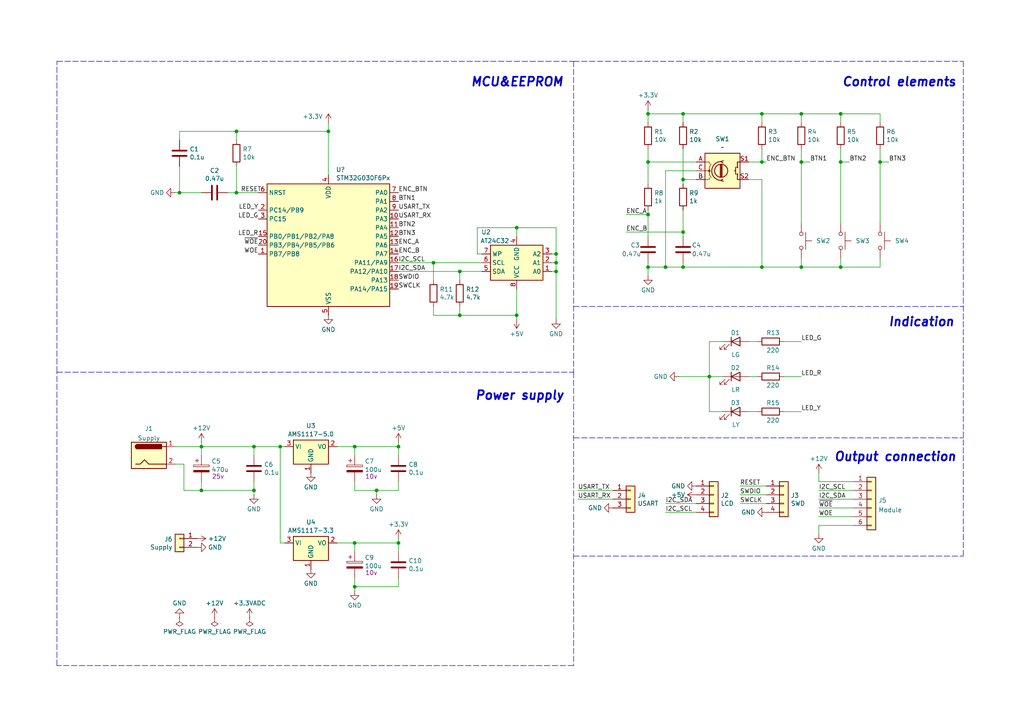
<source format=kicad_sch>
(kicad_sch (version 20231120) (generator "eeschema") (generator_version "8.0")
  (paper "A4")
  (title_block (title "Control module for active load") (date "2024-08-05") (comment 2 "Maxim UV"))
  (lib_symbols
    (symbol "+3.3V_1" (power) (pin_numbers hide) (pin_names (offset 0) hide)
      (property "Value" "+3.3V" (at 0 3.556 0))
      (symbol "+3.3V_1_0_1"
        (polyline (pts (xy -0.762 1.27) (xy 0 2.54)))
        (polyline (pts (xy 0 0) (xy 0 2.54)))
        (polyline (pts (xy 0 2.54) (xy 0.762 1.27)))
      )
      (symbol "+3.3V_1_1_1"
        (pin power_in line (at 0 0 90) (length 0) (name "~") (number "1"))
      )
    )
    (symbol "+5V_1" (power) (pin_numbers hide) (pin_names (offset 0) hide)
      (property "Value" "+5V" (at 0 3.556 0))
      (symbol "+5V_1_0_1"
        (polyline (pts (xy -0.762 1.27) (xy 0 2.54)))
        (polyline (pts (xy 0 0) (xy 0 2.54)))
        (polyline (pts (xy 0 2.54) (xy 0.762 1.27)))
      )
      (symbol "+5V_1_1_1"
        (pin power_in line (at 0 0 90) (length 0) (name "~") (number "1"))
      )
    )
    (symbol "Connector:Barrel_Jack" (pin_names (offset 1.016))
      (property "Reference" "J" (at 0 5.334 0))
      (property "Value" "Barrel_Jack" (at 0 -5.08 0))
      (symbol "Barrel_Jack_0_1"
        (rectangle (start -5.08 3.81) (end 5.08 -3.81) (stroke (width 0.254)) (fill (type background)))
        (arc (start -3.302 3.175) (mid -3.9343 2.54) (end -3.302 1.905) (stroke (width 0.254)))
        (arc (start -3.302 3.175) (mid -3.9343 2.54) (end -3.302 1.905) (stroke (width 0.254)) (fill (type outline)))
        (polyline (pts (xy 5.08 2.54) (xy 3.81 2.54)) (stroke (width 0.254)))
        (polyline (pts (xy -3.81 -2.54) (xy -2.54 -2.54) (xy -1.27 -1.27) (xy 0 -2.54) (xy 2.54 -2.54) (xy 5.08 -2.54)) (stroke (width 0.254)))
        (rectangle (start 3.683 3.175) (end -3.302 1.905) (stroke (width 0.254)) (fill (type outline)))
      )
      (symbol "Barrel_Jack_1_1"
        (pin passive line (at 7.62 2.54 180) (length 2.54) (name "~") (number "1"))
        (pin passive line (at 7.62 -2.54 180) (length 2.54) (name "~") (number "2"))
      )
    )
    (symbol "Connector_Generic:Conn_01x02" (pin_names (offset 1.016) hide)
      (property "Reference" "J" (at 0 2.54 0))
      (property "Value" "Conn_01x02" (at 0 -5.08 0))
      (symbol "Conn_01x02_1_1"
        (rectangle (start -1.27 -2.413) (end 0 -2.667) (stroke (width 0.1524)))
        (rectangle (start -1.27 0.127) (end 0 -0.127) (stroke (width 0.1524)))
        (rectangle (start -1.27 1.27) (end 1.27 -3.81) (stroke (width 0.254)) (fill (type background)))
        (pin passive line (at -5.08 0 0) (length 3.81) (name "Pin_1") (number "1"))
        (pin passive line (at -5.08 -2.54 0) (length 3.81) (name "Pin_2") (number "2"))
      )
    )
    (symbol "Connector_Generic:Conn_01x03" (pin_names (offset 1.016) hide)
      (property "Reference" "J" (at 0 5.08 0))
      (property "Value" "Conn_01x03" (at 0 -5.08 0))
      (symbol "Conn_01x03_1_1"
        (rectangle (start -1.27 -2.413) (end 0 -2.667) (stroke (width 0.1524)))
        (rectangle (start -1.27 0.127) (end 0 -0.127) (stroke (width 0.1524)))
        (rectangle (start -1.27 2.667) (end 0 2.413) (stroke (width 0.1524)))
        (rectangle (start -1.27 3.81) (end 1.27 -3.81) (stroke (width 0.254)) (fill (type background)))
        (pin passive line (at -5.08 2.54 0) (length 3.81) (name "Pin_1") (number "1"))
        (pin passive line (at -5.08 0 0) (length 3.81) (name "Pin_2") (number "2"))
        (pin passive line (at -5.08 -2.54 0) (length 3.81) (name "Pin_3") (number "3"))
      )
    )
    (symbol "Connector_Generic:Conn_01x04" (pin_names (offset 1.016) hide)
      (property "Reference" "J" (at 0 5.08 0))
      (property "Value" "Conn_01x04" (at 0 -7.62 0))
      (symbol "Conn_01x04_1_1"
        (rectangle (start -1.27 -4.953) (end 0 -5.207) (stroke (width 0.1524)))
        (rectangle (start -1.27 -2.413) (end 0 -2.667) (stroke (width 0.1524)))
        (rectangle (start -1.27 0.127) (end 0 -0.127) (stroke (width 0.1524)))
        (rectangle (start -1.27 2.667) (end 0 2.413) (stroke (width 0.1524)))
        (rectangle (start -1.27 3.81) (end 1.27 -6.35) (stroke (width 0.254)) (fill (type background)))
        (pin passive line (at -5.08 2.54 0) (length 3.81) (name "Pin_1") (number "1"))
        (pin passive line (at -5.08 0 0) (length 3.81) (name "Pin_2") (number "2"))
        (pin passive line (at -5.08 -2.54 0) (length 3.81) (name "Pin_3") (number "3"))
        (pin passive line (at -5.08 -5.08 0) (length 3.81) (name "Pin_4") (number "4"))
      )
    )
    (symbol "Connector_Generic:Conn_01x06" (pin_names (offset 1.016) hide)
      (property "Reference" "J" (at 0 7.62 0))
      (property "Value" "Conn_01x06" (at 0 -10.16 0))
      (symbol "Conn_01x06_1_1"
        (rectangle (start -1.27 -7.493) (end 0 -7.747) (stroke (width 0.1524)))
        (rectangle (start -1.27 -4.953) (end 0 -5.207) (stroke (width 0.1524)))
        (rectangle (start -1.27 -2.413) (end 0 -2.667) (stroke (width 0.1524)))
        (rectangle (start -1.27 0.127) (end 0 -0.127) (stroke (width 0.1524)))
        (rectangle (start -1.27 2.667) (end 0 2.413) (stroke (width 0.1524)))
        (rectangle (start -1.27 5.207) (end 0 4.953) (stroke (width 0.1524)))
        (rectangle (start -1.27 6.35) (end 1.27 -8.89) (stroke (width 0.254)) (fill (type background)))
        (pin passive line (at -5.08 5.08 0) (length 3.81) (name "Pin_1") (number "1"))
        (pin passive line (at -5.08 2.54 0) (length 3.81) (name "Pin_2") (number "2"))
        (pin passive line (at -5.08 0 0) (length 3.81) (name "Pin_3") (number "3"))
        (pin passive line (at -5.08 -2.54 0) (length 3.81) (name "Pin_4") (number "4"))
        (pin passive line (at -5.08 -5.08 0) (length 3.81) (name "Pin_5") (number "5"))
        (pin passive line (at -5.08 -7.62 0) (length 3.81) (name "Pin_6") (number "6"))
      )
    )
    (symbol "Device:C" (pin_numbers hide) (pin_names (offset 0.254))
      (property "Reference" "C" (at 0.635 2.54 0))
      (property "Value" "C" (at 0.635 -2.54 0))
      (symbol "C_0_1"
        (polyline (pts (xy -2.032 -0.762) (xy 2.032 -0.762)) (stroke (width 0.508)))
        (polyline (pts (xy -2.032 0.762) (xy 2.032 0.762)) (stroke (width 0.508)))
      )
      (symbol "C_1_1"
        (pin passive line (at 0 3.81 270) (length 2.794) (name "~") (number "1"))
        (pin passive line (at 0 -3.81 90) (length 2.794) (name "~") (number "2"))
      )
    )
    (symbol "Device:C_Polarized" (pin_numbers hide) (pin_names (offset 0.254))
      (property "Reference" "C" (at 0.635 2.54 0))
      (property "Value" "C_Polarized" (at 0.635 -2.54 0))
      (symbol "C_Polarized_0_1"
        (rectangle (start -2.286 0.508) (end 2.286 1.016))
        (polyline (pts (xy -1.778 2.286) (xy -0.762 2.286)))
        (polyline (pts (xy -1.27 2.794) (xy -1.27 1.778)))
        (rectangle (start 2.286 -0.508) (end -2.286 -1.016) (fill (type outline)))
      )
      (symbol "C_Polarized_1_1"
        (pin passive line (at 0 3.81 270) (length 2.794) (name "~") (number "1"))
        (pin passive line (at 0 -3.81 90) (length 2.794) (name "~") (number "2"))
      )
    )
    (symbol "Device:LED" (pin_numbers hide) (pin_names (offset 1.016) hide)
      (property "Reference" "D" (at 0 2.54 0))
      (property "Value" "LED" (at 0 -2.54 0))
      (symbol "LED_0_1"
        (polyline (pts (xy -1.27 -1.27) (xy -1.27 1.27)) (stroke (width 0.254)))
        (polyline (pts (xy -1.27 0) (xy 1.27 0)))
        (polyline (pts (xy 1.27 -1.27) (xy 1.27 1.27) (xy -1.27 0) (xy 1.27 -1.27)) (stroke (width 0.254)))
        (polyline (pts (xy -3.048 -0.762) (xy -4.572 -2.286) (xy -3.81 -2.286) (xy -4.572 -2.286) (xy -4.572 -1.524)))
        (polyline (pts (xy -1.778 -0.762) (xy -3.302 -2.286) (xy -2.54 -2.286) (xy -3.302 -2.286) (xy -3.302 -1.524)))
      )
      (symbol "LED_1_1"
        (pin passive line (at -3.81 0 0) (length 2.54) (name "K") (number "1"))
        (pin passive line (at 3.81 0 180) (length 2.54) (name "A") (number "2"))
      )
    )
    (symbol "Device:R" (pin_numbers hide) (pin_names (offset 0))
      (property "Reference" "R" (at 2.032 0 90))
      (property "Value" "R" (at 0 0 90))
      (symbol "R_0_1"
        (rectangle (start -1.016 -2.54) (end 1.016 2.54) (stroke (width 0.254)))
      )
      (symbol "R_1_1"
        (pin passive line (at 0 3.81 270) (length 1.27) (name "~") (number "1"))
        (pin passive line (at 0 -3.81 90) (length 1.27) (name "~") (number "2"))
      )
    )
    (symbol "Device:RotaryEncoder_Switch" (pin_names (offset 0.254) hide)
      (property "Reference" "SW" (at 0 6.604 0))
      (property "Value" "RotaryEncoder_Switch" (at 0 -6.604 0))
      (symbol "RotaryEncoder_Switch_0_1"
        (rectangle (start -5.08 5.08) (end 5.08 -5.08) (stroke (width 0.254)) (fill (type background)))
        (circle (center -3.81 0) (radius 0.254) (fill (type outline)))
        (circle (center -0.381 0) (radius 1.905) (stroke (width 0.254)))
        (arc (start -0.381 2.667) (mid -3.0988 -0.0635) (end -0.381 -2.794) (stroke (width 0.254)))
        (polyline (pts (xy -0.635 -1.778) (xy -0.635 1.778)) (stroke (width 0.254)))
        (polyline (pts (xy -0.381 -1.778) (xy -0.381 1.778)) (stroke (width 0.254)))
        (polyline (pts (xy -0.127 1.778) (xy -0.127 -1.778)) (stroke (width 0.254)))
        (polyline (pts (xy 3.81 0) (xy 3.429 0)) (stroke (width 0.254)))
        (polyline (pts (xy 3.81 1.016) (xy 3.81 -1.016)) (stroke (width 0.254)))
        (polyline (pts (xy -5.08 -2.54) (xy -3.81 -2.54) (xy -3.81 -2.032)))
        (polyline (pts (xy -5.08 2.54) (xy -3.81 2.54) (xy -3.81 2.032)))
        (polyline (pts (xy 0.254 -3.048) (xy -0.508 -2.794) (xy 0.127 -2.413)) (stroke (width 0.254)))
        (polyline (pts (xy 0.254 2.921) (xy -0.508 2.667) (xy 0.127 2.286)) (stroke (width 0.254)))
        (polyline (pts (xy 5.08 -2.54) (xy 4.318 -2.54) (xy 4.318 -1.016)) (stroke (width 0.254)))
        (polyline (pts (xy 5.08 2.54) (xy 4.318 2.54) (xy 4.318 1.016)) (stroke (width 0.254)))
        (polyline (pts (xy -5.08 0) (xy -3.81 0) (xy -3.81 -1.016) (xy -3.302 -2.032)))
        (polyline (pts (xy -4.318 0) (xy -3.81 0) (xy -3.81 1.016) (xy -3.302 2.032)))
        (circle (center 4.318 -1.016) (radius 0.127) (stroke (width 0.254)))
        (circle (center 4.318 1.016) (radius 0.127) (stroke (width 0.254)))
      )
      (symbol "RotaryEncoder_Switch_1_1"
        (pin passive line (at -7.62 2.54 0) (length 2.54) (name "A") (number "A"))
        (pin passive line (at -7.62 -2.54 0) (length 2.54) (name "B") (number "B"))
        (pin passive line (at -7.62 0 0) (length 2.54) (name "C") (number "C"))
        (pin passive line (at 7.62 2.54 180) (length 2.54) (name "S1") (number "S1"))
        (pin passive line (at 7.62 -2.54 180) (length 2.54) (name "S2") (number "S2"))
      )
    )
    (symbol "GND_1" (power) (pin_numbers hide) (pin_names (offset 0) hide)
      (property "Value" "GND" (at 0 -3.81 0))
      (symbol "GND_1_0_1"
        (polyline (pts (xy 0 0) (xy 0 -1.27) (xy 1.27 -1.27) (xy 0 -2.54) (xy -1.27 -1.27) (xy 0 -1.27)))
      )
      (symbol "GND_1_1_1"
        (pin power_in line (at 0 0 270) (length 0) (name "~") (number "1"))
      )
    )
    (symbol "MCU_ST_STM32G0:STM32G030F6Px"
      (property "Reference" "U" (at -17.78 19.05 0))
      (property "Value" "STM32G030F6Px" (at 2.54 19.05 0))
      (symbol "STM32G030F6Px_0_1"
        (rectangle (start -17.78 -17.78) (end 17.78 17.78) (stroke (width 0.254)) (fill (type background)))
      )
      (symbol "STM32G030F6Px_1_1"
        (pin bidirectional line (at -20.32 -2.54 0) (length 2.54) (name "PB7/PB8") (number "1"))
        (pin bidirectional line (at 20.32 7.62 180) (length 2.54) (name "PA3") (number "10"))
        (pin bidirectional line (at 20.32 5.08 180) (length 2.54) (name "PA4") (number "11"))
        (pin bidirectional line (at 20.32 2.54 180) (length 2.54) (name "PA5") (number "12"))
        (pin bidirectional line (at 20.32 0 180) (length 2.54) (name "PA6") (number "13"))
        (pin bidirectional line (at 20.32 -2.54 180) (length 2.54) (name "PA7") (number "14"))
        (pin bidirectional line (at -20.32 2.54 0) (length 2.54) (name "PB0/PB1/PB2/PA8") (number "15"))
        (pin bidirectional line (at 20.32 -5.08 180) (length 2.54) (name "PA11/PA9") (number "16"))
        (pin bidirectional line (at 20.32 -7.62 180) (length 2.54) (name "PA12/PA10") (number "17"))
        (pin bidirectional line (at 20.32 -10.16 180) (length 2.54) (name "PA13") (number "18"))
        (pin bidirectional line (at 20.32 -12.7 180) (length 2.54) (name "PA14/PA15") (number "19"))
        (pin bidirectional line (at -20.32 10.16 0) (length 2.54) (name "PC14/PB9") (number "2"))
        (pin bidirectional line (at -20.32 0 0) (length 2.54) (name "PB3/PB4/PB5/PB6") (number "20"))
        (pin bidirectional line (at -20.32 7.62 0) (length 2.54) (name "PC15") (number "3"))
        (pin power_in line (at 0 20.32 270) (length 2.54) (name "VDD") (number "4"))
        (pin power_in line (at 0 -20.32 90) (length 2.54) (name "VSS") (number "5"))
        (pin input line (at -20.32 15.24 0) (length 2.54) (name "NRST") (number "6"))
        (pin bidirectional line (at 20.32 15.24 180) (length 2.54) (name "PA0") (number "7"))
        (pin bidirectional line (at 20.32 12.7 180) (length 2.54) (name "PA1") (number "8"))
        (pin bidirectional line (at 20.32 10.16 180) (length 2.54) (name "PA2") (number "9"))
      )
    )
    (symbol "Memory_EEPROM:AT24CS32-SSHM"
      (property "Reference" "U" (at -7.62 6.35 0))
      (property "Value" "AT24CS32-SSHM" (at 2.54 -6.35 0))
      (symbol "AT24CS32-SSHM_1_1"
        (rectangle (start -7.62 5.08) (end 7.62 -5.08) (stroke (width 0.254)) (fill (type background)))
        (pin input line (at -10.16 2.54 0) (length 2.54) (name "A0") (number "1"))
        (pin input line (at -10.16 0 0) (length 2.54) (name "A1") (number "2"))
        (pin input line (at -10.16 -2.54 0) (length 2.54) (name "A2") (number "3"))
        (pin power_in line (at 0 -7.62 90) (length 2.54) (name "GND") (number "4"))
        (pin bidirectional line (at 10.16 2.54 180) (length 2.54) (name "SDA") (number "5"))
        (pin input line (at 10.16 0 180) (length 2.54) (name "SCL") (number "6"))
        (pin input line (at 10.16 -2.54 180) (length 2.54) (name "WP") (number "7"))
        (pin power_in line (at 0 7.62 270) (length 2.54) (name "VCC") (number "8"))
      )
    )
    (symbol "Regulator_Linear:AMS1117-3.3"
      (property "Reference" "U" (at -3.81 3.175 0))
      (property "Value" "AMS1117-3.3" (at 0 3.175 0))
      (symbol "AMS1117-3.3_0_1"
        (rectangle (start -5.08 -5.08) (end 5.08 1.905) (stroke (width 0.254)) (fill (type background)))
      )
      (symbol "AMS1117-3.3_1_1"
        (pin power_in line (at 0 -7.62 90) (length 2.54) (name "GND") (number "1"))
        (pin power_out line (at 7.62 0 180) (length 2.54) (name "VO") (number "2"))
        (pin power_in line (at -7.62 0 0) (length 2.54) (name "VI") (number "3"))
      )
    )
    (symbol "Regulator_Linear:AMS1117-5.0"
      (property "Reference" "U" (at -3.81 3.175 0))
      (property "Value" "AMS1117-5.0" (at 0 3.175 0))
      (symbol "AMS1117-5.0_0_1"
        (rectangle (start -5.08 -5.08) (end 5.08 1.905) (stroke (width 0.254)) (fill (type background)))
      )
      (symbol "AMS1117-5.0_1_1"
        (pin power_in line (at 0 -7.62 90) (length 2.54) (name "GND") (number "1"))
        (pin power_out line (at 7.62 0 180) (length 2.54) (name "VO") (number "2"))
        (pin power_in line (at -7.62 0 0) (length 2.54) (name "VI") (number "3"))
      )
    )
    (symbol "Switch:SW_Push" (pin_numbers hide) (pin_names (offset 1.016) hide)
      (property "Reference" "SW" (at 1.27 2.54 0))
      (property "Value" "SW_Push" (at 0 -1.524 0))
      (symbol "SW_Push_0_1"
        (circle (center -2.032 0) (radius 0.508))
        (polyline (pts (xy 0 1.27) (xy 0 3.048)))
        (polyline (pts (xy 2.54 1.27) (xy -2.54 1.27)))
        (circle (center 2.032 0) (radius 0.508))
        (pin passive line (at -5.08 0 0) (length 2.54) (name "1") (number "1"))
        (pin passive line (at 5.08 0 180) (length 2.54) (name "2") (number "2"))
      )
    )
    (symbol "power:+12V" (power) (pin_numbers hide) (pin_names (offset 0) hide)
      (property "Value" "+12V" (at 0 3.556 0))
      (symbol "+12V_0_1"
        (polyline (pts (xy -0.762 1.27) (xy 0 2.54)))
        (polyline (pts (xy 0 0) (xy 0 2.54)))
        (polyline (pts (xy 0 2.54) (xy 0.762 1.27)))
      )
      (symbol "+12V_1_1"
        (pin power_in line (at 0 0 90) (length 0) (name "~") (number "1"))
      )
    )
    (symbol "power:+3.3VADC" (power) (pin_numbers hide) (pin_names (offset 0) hide)
      (property "Value" "+3.3VADC" (at 0 3.556 0))
      (symbol "+3.3VADC_0_0"
        (pin power_in line (at 0 0 90) (length 0) (name "~") (number "1"))
      )
      (symbol "+3.3VADC_0_1"
        (polyline (pts (xy -0.762 1.27) (xy 0 2.54)))
        (polyline (pts (xy 0 0) (xy 0 2.54)))
        (polyline (pts (xy 0 2.54) (xy 0.762 1.27)))
      )
    )
    (symbol "power:PWR_FLAG" (power) (pin_numbers hide) (pin_names (offset 0) hide)
      (property "Value" "PWR_FLAG" (at 0 3.81 0))
      (symbol "PWR_FLAG_0_0"
        (pin power_out line (at 0 0 90) (length 0) (name "~") (number "1"))
      )
      (symbol "PWR_FLAG_0_1"
        (polyline (pts (xy 0 0) (xy 0 1.27) (xy -1.016 1.905) (xy 0 2.54) (xy 1.016 1.905) (xy 0 1.27)))
      )
    )
  )
  (junction (at 133.35 78.74))
  (junction (at 187.96 46.99))
  (junction (at 161.29 73.66))
  (junction (at 198.12 77.47))
  (junction (at 161.29 78.74))
  (junction (at 187.96 77.47))
  (junction (at 187.96 33.02))
  (junction (at 102.87 129.54))
  (junction (at 68.58 55.88))
  (junction (at 58.42 142.24))
  (junction (at 68.58 38.1))
  (junction (at 115.57 129.54))
  (junction (at 220.98 33.02))
  (junction (at 232.41 46.99))
  (junction (at 52.07 55.88))
  (junction (at 232.41 33.02))
  (junction (at 109.22 142.24))
  (junction (at 255.27 46.99))
  (junction (at 220.98 77.47))
  (junction (at 149.86 91.44))
  (junction (at 243.84 46.99))
  (junction (at 198.12 52.07))
  (junction (at 125.73 76.2))
  (junction (at 115.57 157.48))
  (junction (at 133.35 91.44))
  (junction (at 149.86 66.04))
  (junction (at 81.28 129.54))
  (junction (at 161.29 76.2))
  (junction (at 205.74 109.22))
  (junction (at 232.41 77.47))
  (junction (at 73.66 142.24))
  (junction (at 102.87 170.18))
  (junction (at 198.12 33.02))
  (junction (at 243.84 33.02))
  (junction (at 95.25 38.1))
  (junction (at 58.42 129.54))
  (junction (at 243.84 77.47))
  (junction (at 187.96 62.23))
  (junction (at 73.66 129.54))
  (junction (at 193.04 77.47))
  (junction (at 198.12 67.31))
  (junction (at 220.98 46.99))
  (junction (at 102.87 157.48))
  (wire (pts (xy 193.04 77.47) (xy 198.12 77.47)))
  (wire (pts (xy 243.84 35.56) (xy 243.84 33.02)))
  (polyline (pts (xy 166.37 161.29) (xy 279.4 161.29)) (stroke (width 0) (type dash)))
  (wire (pts (xy 50.8 129.54) (xy 58.42 129.54)))
  (wire (pts (xy 102.87 160.02) (xy 102.87 157.48)))
  (wire (pts (xy 220.98 52.07) (xy 220.98 77.47)))
  (wire (pts (xy 237.49 154.94) (xy 237.49 152.4)))
  (wire (pts (xy 139.7 78.74) (xy 133.35 78.74)))
  (wire (pts (xy 198.12 76.2) (xy 198.12 77.47)))
  (wire (pts (xy 217.17 52.07) (xy 220.98 52.07)))
  (wire (pts (xy 115.57 128.27) (xy 115.57 129.54)))
  (wire (pts (xy 198.12 60.96) (xy 198.12 67.31)))
  (wire (pts (xy 220.98 33.02) (xy 232.41 33.02)))
  (wire (pts (xy 115.57 156.21) (xy 115.57 157.48)))
  (wire (pts (xy 187.96 62.23) (xy 187.96 68.58)))
  (wire (pts (xy 220.98 46.99) (xy 217.17 46.99)))
  (wire (pts (xy 201.93 49.53) (xy 193.04 49.53)))
  (wire (pts (xy 81.28 129.54) (xy 81.28 157.48)))
  (wire (pts (xy 227.33 119.38) (xy 232.41 119.38)))
  (wire (pts (xy 187.96 77.47) (xy 193.04 77.47)))
  (polyline (pts (xy 166.37 107.95) (xy 166.37 193.04)) (stroke (width 0) (type dash)))
  (wire (pts (xy 217.17 109.22) (xy 219.71 109.22)))
  (wire (pts (xy 220.98 35.56) (xy 220.98 33.02)))
  (wire (pts (xy 209.55 99.06) (xy 205.74 99.06)))
  (wire (pts (xy 187.96 33.02) (xy 198.12 33.02)))
  (wire (pts (xy 243.84 74.93) (xy 243.84 77.47)))
  (wire (pts (xy 161.29 76.2) (xy 161.29 78.74)))
  (polyline (pts (xy 166.37 17.78) (xy 166.37 107.95)) (stroke (width 0) (type dash)))
  (wire (pts (xy 73.66 139.7) (xy 73.66 142.24)))
  (wire (pts (xy 52.07 55.88) (xy 58.42 55.88)))
  (wire (pts (xy 68.58 48.26) (xy 68.58 55.88)))
  (wire (pts (xy 73.66 142.24) (xy 58.42 142.24)))
  (wire (pts (xy 198.12 33.02) (xy 220.98 33.02)))
  (wire (pts (xy 237.49 147.32) (xy 247.65 147.32)))
  (wire (pts (xy 187.96 31.75) (xy 187.96 33.02)))
  (wire (pts (xy 115.57 167.64) (xy 115.57 170.18)))
  (wire (pts (xy 198.12 77.47) (xy 220.98 77.47)))
  (wire (pts (xy 102.87 132.08) (xy 102.87 129.54)))
  (wire (pts (xy 227.33 99.06) (xy 232.41 99.06)))
  (wire (pts (xy 97.79 157.48) (xy 102.87 157.48)))
  (wire (pts (xy 198.12 52.07) (xy 201.93 52.07)))
  (wire (pts (xy 95.25 35.56) (xy 95.25 38.1)))
  (polyline (pts (xy 166.37 193.04) (xy 16.51 193.04)) (stroke (width 0) (type dash)))
  (wire (pts (xy 161.29 78.74) (xy 160.02 78.74)))
  (wire (pts (xy 81.28 129.54) (xy 82.55 129.54)))
  (wire (pts (xy 217.17 119.38) (xy 219.71 119.38)))
  (wire (pts (xy 193.04 49.53) (xy 193.04 77.47)))
  (wire (pts (xy 187.96 77.47) (xy 187.96 80.01)))
  (wire (pts (xy 161.29 66.04) (xy 149.86 66.04)))
  (wire (pts (xy 196.85 109.22) (xy 205.74 109.22)))
  (wire (pts (xy 237.49 152.4) (xy 247.65 152.4)))
  (wire (pts (xy 198.12 52.07) (xy 198.12 53.34)))
  (wire (pts (xy 232.41 77.47) (xy 232.41 74.93)))
  (wire (pts (xy 53.34 142.24) (xy 58.42 142.24)))
  (wire (pts (xy 232.41 64.77) (xy 232.41 46.99)))
  (wire (pts (xy 95.25 38.1) (xy 95.25 50.8)))
  (wire (pts (xy 125.73 91.44) (xy 133.35 91.44)))
  (wire (pts (xy 139.7 76.2) (xy 125.73 76.2)))
  (wire (pts (xy 255.27 74.93) (xy 255.27 77.47)))
  (wire (pts (xy 149.86 91.44) (xy 149.86 92.71)))
  (wire (pts (xy 187.96 46.99) (xy 187.96 53.34)))
  (wire (pts (xy 133.35 81.28) (xy 133.35 78.74)))
  (wire (pts (xy 133.35 91.44) (xy 149.86 91.44)))
  (wire (pts (xy 149.86 68.58) (xy 149.86 66.04)))
  (polyline (pts (xy 16.51 107.95) (xy 166.37 107.95)) (stroke (width 0) (type dash)))
  (wire (pts (xy 68.58 38.1) (xy 95.25 38.1)))
  (wire (pts (xy 187.96 46.99) (xy 201.93 46.99)))
  (wire (pts (xy 50.8 134.62) (xy 53.34 134.62)))
  (wire (pts (xy 234.95 46.99) (xy 232.41 46.99)))
  (wire (pts (xy 102.87 171.45) (xy 102.87 170.18)))
  (wire (pts (xy 109.22 142.24) (xy 115.57 142.24)))
  (wire (pts (xy 198.12 33.02) (xy 198.12 35.56)))
  (wire (pts (xy 198.12 67.31) (xy 198.12 68.58)))
  (wire (pts (xy 205.74 119.38) (xy 209.55 119.38)))
  (wire (pts (xy 193.04 148.59) (xy 201.93 148.59)))
  (wire (pts (xy 187.96 76.2) (xy 187.96 77.47)))
  (wire (pts (xy 243.84 46.99) (xy 243.84 64.77)))
  (wire (pts (xy 102.87 170.18) (xy 115.57 170.18)))
  (wire (pts (xy 198.12 43.18) (xy 198.12 52.07)))
  (wire (pts (xy 138.43 66.04) (xy 138.43 73.66)))
  (wire (pts (xy 149.86 83.82) (xy 149.86 91.44)))
  (wire (pts (xy 58.42 129.54) (xy 58.42 132.08)))
  (polyline (pts (xy 16.51 107.95) (xy 16.51 17.78)) (stroke (width 0) (type dash)))
  (wire (pts (xy 58.42 139.7) (xy 58.42 142.24)))
  (wire (pts (xy 237.49 144.78) (xy 247.65 144.78)))
  (wire (pts (xy 68.58 55.88) (xy 74.93 55.88)))
  (wire (pts (xy 102.87 157.48) (xy 115.57 157.48)))
  (polyline (pts (xy 166.37 88.9) (xy 279.4 88.9)) (stroke (width 0) (type dash)))
  (wire (pts (xy 255.27 77.47) (xy 243.84 77.47)))
  (wire (pts (xy 243.84 43.18) (xy 243.84 46.99)))
  (wire (pts (xy 237.49 142.24) (xy 247.65 142.24)))
  (wire (pts (xy 58.42 129.54) (xy 73.66 129.54)))
  (wire (pts (xy 102.87 167.64) (xy 102.87 170.18)))
  (wire (pts (xy 181.61 62.23) (xy 187.96 62.23)))
  (wire (pts (xy 52.07 48.26) (xy 52.07 55.88)))
  (wire (pts (xy 167.64 144.78) (xy 177.8 144.78)))
  (wire (pts (xy 58.42 128.27) (xy 58.42 129.54)))
  (wire (pts (xy 187.96 35.56) (xy 187.96 33.02)))
  (polyline (pts (xy 166.37 127) (xy 279.4 127)) (stroke (width 0) (type dash)))
  (polyline (pts (xy 279.4 17.78) (xy 279.4 161.29)) (stroke (width 0) (type dash)))
  (wire (pts (xy 193.04 146.05) (xy 201.93 146.05)))
  (wire (pts (xy 161.29 73.66) (xy 161.29 76.2)))
  (wire (pts (xy 160.02 73.66) (xy 161.29 73.66)))
  (wire (pts (xy 222.25 46.99) (xy 220.98 46.99)))
  (wire (pts (xy 255.27 46.99) (xy 255.27 64.77)))
  (wire (pts (xy 115.57 76.2) (xy 125.73 76.2)))
  (wire (pts (xy 138.43 73.66) (xy 139.7 73.66)))
  (wire (pts (xy 214.63 140.97) (xy 222.25 140.97)))
  (wire (pts (xy 227.33 109.22) (xy 232.41 109.22)))
  (wire (pts (xy 255.27 46.99) (xy 257.81 46.99)))
  (polyline (pts (xy 16.51 193.04) (xy 16.51 107.95)) (stroke (width 0) (type dash)))
  (wire (pts (xy 133.35 88.9) (xy 133.35 91.44)))
  (wire (pts (xy 237.49 139.7) (xy 247.65 139.7)))
  (wire (pts (xy 125.73 81.28) (xy 125.73 76.2)))
  (wire (pts (xy 161.29 66.04) (xy 161.29 73.66)))
  (wire (pts (xy 115.57 78.74) (xy 133.35 78.74)))
  (wire (pts (xy 217.17 99.06) (xy 219.71 99.06)))
  (wire (pts (xy 255.27 35.56) (xy 255.27 33.02)))
  (wire (pts (xy 97.79 129.54) (xy 102.87 129.54)))
  (wire (pts (xy 73.66 129.54) (xy 81.28 129.54)))
  (wire (pts (xy 161.29 92.71) (xy 161.29 78.74)))
  (wire (pts (xy 214.63 146.05) (xy 222.25 146.05)))
  (wire (pts (xy 205.74 109.22) (xy 209.55 109.22)))
  (wire (pts (xy 149.86 66.04) (xy 138.43 66.04)))
  (wire (pts (xy 214.63 143.51) (xy 222.25 143.51)))
  (wire (pts (xy 102.87 139.7) (xy 102.87 142.24)))
  (wire (pts (xy 243.84 33.02) (xy 232.41 33.02)))
  (wire (pts (xy 255.27 33.02) (xy 243.84 33.02)))
  (wire (pts (xy 109.22 143.51) (xy 109.22 142.24)))
  (wire (pts (xy 187.96 60.96) (xy 187.96 62.23)))
  (wire (pts (xy 115.57 142.24) (xy 115.57 139.7)))
  (wire (pts (xy 52.07 40.64) (xy 52.07 38.1)))
  (wire (pts (xy 115.57 129.54) (xy 115.57 132.08)))
  (wire (pts (xy 66.04 55.88) (xy 68.58 55.88)))
  (wire (pts (xy 160.02 76.2) (xy 161.29 76.2)))
  (wire (pts (xy 255.27 43.18) (xy 255.27 46.99)))
  (wire (pts (xy 52.07 38.1) (xy 68.58 38.1)))
  (wire (pts (xy 102.87 142.24) (xy 109.22 142.24)))
  (wire (pts (xy 220.98 43.18) (xy 220.98 46.99)))
  (wire (pts (xy 50.8 55.88) (xy 52.07 55.88)))
  (polyline (pts (xy 166.37 17.78) (xy 279.4 17.78)) (stroke (width 0) (type dash)))
  (wire (pts (xy 232.41 33.02) (xy 232.41 35.56)))
  (wire (pts (xy 53.34 134.62) (xy 53.34 142.24)))
  (wire (pts (xy 167.64 142.24) (xy 177.8 142.24)))
  (wire (pts (xy 243.84 46.99) (xy 246.38 46.99)))
  (wire (pts (xy 187.96 43.18) (xy 187.96 46.99)))
  (wire (pts (xy 232.41 46.99) (xy 232.41 43.18)))
  (wire (pts (xy 125.73 88.9) (xy 125.73 91.44)))
  (wire (pts (xy 115.57 157.48) (xy 115.57 160.02)))
  (wire (pts (xy 237.49 149.86) (xy 247.65 149.86)))
  (wire (pts (xy 181.61 67.31) (xy 198.12 67.31)))
  (polyline (pts (xy 16.51 17.78) (xy 166.37 17.78)) (stroke (width 0) (type dash)))
  (wire (pts (xy 82.55 157.48) (xy 81.28 157.48)))
  (wire (pts (xy 237.49 137.16) (xy 237.49 139.7)))
  (wire (pts (xy 205.74 99.06) (xy 205.74 109.22)))
  (wire (pts (xy 205.74 109.22) (xy 205.74 119.38)))
  (wire (pts (xy 68.58 40.64) (xy 68.58 38.1)))
  (wire (pts (xy 73.66 142.24) (xy 73.66 143.51)))
  (wire (pts (xy 220.98 77.47) (xy 232.41 77.47)))
  (wire (pts (xy 102.87 129.54) (xy 115.57 129.54)))
  (wire (pts (xy 243.84 77.47) (xy 232.41 77.47)))
  (wire (pts (xy 73.66 132.08) (xy 73.66 129.54)))
  (text "Control elements" (at 244.094 25.4 0) (effects (font (size 2.54 2.54) (thickness 0.508) (bold yes) (italic yes)) (justify left bottom)))
  (text "Output connection" (at 241.808 134.112 0) (effects (font (size 2.54 2.54) (thickness 0.508) (bold yes) (italic yes)) (justify left bottom)))
  (text "MCU&EEPROM\n" (at 136.398 25.4 0) (effects (font (size 2.54 2.54) (thickness 0.508) (bold yes) (italic yes)) (justify left bottom)))
  (text "Indication" (at 257.556 94.996 0) (effects (font (size 2.54 2.54) (thickness 0.508) (bold yes) (italic yes)) (justify left bottom)))
  (text "Power supply\n" (at 137.668 116.332 0) (effects (font (size 2.54 2.54) (thickness 0.508) (bold yes) (italic yes)) (justify left bottom)))
  (label "~{WOE}" (at 74.93 71.12 180))
  (label "USART_TX" (at 167.64 142.24 0))
  (label "BTN2" (at 246.38 46.99 0))
  (label "RESET" (at 69.85 55.88 0))
  (label "ENC_A" (at 115.57 71.12 0))
  (label "LED_Y" (at 74.93 60.96 180))
  (label "BTN1" (at 115.57 58.42 0))
  (label "LED_G" (at 232.41 99.06 0))
  (label "RESET" (at 214.63 140.97 0))
  (label "I2C_SCL" (at 193.04 148.59 0))
  (label "ENC_B" (at 181.61 67.31 0))
  (label "LED_R" (at 74.93 68.58 180))
  (label "WOE" (at 74.93 73.66 180))
  (label "SWCLK" (at 214.63 146.05 0))
  (label "LED_G" (at 74.93 63.5 180))
  (label "~{WOE}" (at 237.49 147.32 0))
  (label "BTN2" (at 115.57 66.04 0))
  (label "I2C_SDA" (at 115.57 78.74 0))
  (label "USART_RX" (at 167.64 144.78 0))
  (label "USART_TX" (at 115.57 60.96 0))
  (label "ENC_B" (at 115.57 73.66 0))
  (label "BTN1" (at 234.95 46.99 0))
  (label "BTN3" (at 257.81 46.99 0))
  (label "WOE" (at 237.49 149.86 0))
  (label "ENC_BTN" (at 222.25 46.99 0))
  (label "BTN3" (at 115.57 68.58 0))
  (label "I2C_SCL" (at 237.49 142.24 0))
  (label "LED_Y" (at 232.41 119.38 0))
  (label "ENC_A" (at 181.61 62.23 0))
  (label "I2C_SCL" (at 115.57 76.2 0))
  (label "SWDIO" (at 115.57 81.28 0))
  (label "SWDIO" (at 214.63 143.51 0))
  (label "USART_RX" (at 115.57 63.5 0))
  (label "I2C_SDA" (at 193.04 146.05 0))
  (label "SWCLK" (at 115.57 83.82 0))
  (label "ENC_BTN" (at 115.57 55.88 0))
  (label "LED_R" (at 232.41 109.22 0))
  (label "I2C_SDA" (at 237.49 144.78 0))
  (symbol (lib_name "+5V_1") (lib_id "power:+5V") (at 115.57 128.27 0) (unit 1)
    (property "Reference" "#PWR011" (effects (hide yes)))
    (property "Value" "+5V" (at 115.57 124.1369 0))
    (property "Description" "Power symbol creates a global label with name \"+5V\"" (effects (hide yes)))
  )
  (symbol (lib_name "GND_1") (lib_id "power:GND") (at 50.8 55.88 270) (unit 1)
    (property "Reference" "#PWR04" (effects (hide yes)))
    (property "Value" "GND" (at 47.6251 55.88 90) (effects (justify right)))
    (property "Description" "Power symbol creates a global label with name \"GND\" , ground" (effects (hide yes)))
  )
  (symbol (lib_name "GND_1") (lib_id "power:GND") (at 109.22 143.51 0) (unit 1)
    (property "Reference" "#PWR016" (effects (hide yes)))
    (property "Value" "GND" (at 109.22 147.6431 0))
    (property "Description" "Power symbol creates a global label with name \"GND\" , ground" (effects (hide yes)))
  )
  (symbol (lib_name "GND_1") (lib_id "power:GND") (at 52.07 179.07 180) (unit 1)
    (property "Reference" "#PWR027" (effects (hide yes)))
    (property "Value" "GND" (at 52.07 174.9369 0))
    (property "Description" "Power symbol creates a global label with name \"GND\" , ground" (effects (hide yes)))
  )
  (symbol (lib_id "power:PWR_FLAG") (at 62.23 179.07 180) (unit 1)
    (property "Reference" "#FLG02" (effects (hide yes)))
    (property "Value" "PWR_FLAG" (at 62.23 183.2031 0))
    (property "Description" "Special symbol for telling ERC where power comes from" (effects (hide yes)))
  )
  (symbol (lib_id "Device:R") (at 232.41 39.37 0) (unit 1)
    (property "Reference" "R4" (at 234.188 38.2016 0) (effects (justify left)))
    (property "Value" "10k" (at 234.188 40.513 0) (effects (justify left)))
    (property "Footprint" "Resistor_SMD:R_1206_3216Metric_Pad1.30x1.75mm_HandSolder" (effects (hide yes)))
  )
  (symbol (lib_id "Device:R") (at 187.96 57.15 0) (unit 1)
    (property "Reference" "R8" (at 189.738 55.9816 0) (effects (justify left)))
    (property "Value" "1k" (at 189.738 58.293 0) (effects (justify left)))
    (property "Footprint" "Resistor_SMD:R_1206_3216Metric_Pad1.30x1.75mm_HandSolder" (effects (hide yes)))
  )
  (symbol (lib_name "+3.3V_1") (lib_id "power:+3.3V") (at 115.57 156.21 0) (unit 1)
    (property "Reference" "#PWR022" (effects (hide yes)))
    (property "Value" "+3.3V" (at 115.57 152.0769 0))
    (property "Description" "Power symbol creates a global label with name \"+3.3V\"" (effects (hide yes)))
  )
  (symbol (lib_name "GND_1") (lib_id "power:GND") (at 90.17 137.16 0) (unit 1)
    (property "Reference" "#PWR012" (effects (hide yes)))
    (property "Value" "GND" (at 90.17 141.2931 0))
    (property "Description" "Power symbol creates a global label with name \"GND\" , ground" (effects (hide yes)))
  )
  (symbol (lib_id "Device:R") (at 243.84 39.37 0) (unit 1)
    (property "Reference" "R5" (at 245.618 38.2016 0) (effects (justify left)))
    (property "Value" "10k" (at 245.618 40.513 0) (effects (justify left)))
    (property "Footprint" "Resistor_SMD:R_1206_3216Metric_Pad1.30x1.75mm_HandSolder" (effects (hide yes)))
  )
  (symbol (lib_id "Device:R") (at 223.52 119.38 270) (unit 1)
    (property "Reference" "R15" (at 222.25 116.84 90) (effects (justify left)))
    (property "Value" "220" (at 222.25 121.92 90) (effects (justify left)))
    (property "Footprint" "Resistor_SMD:R_1206_3216Metric_Pad1.30x1.75mm_HandSolder" (effects (hide yes)))
  )
  (symbol (lib_name "GND_1") (lib_id "power:GND") (at 201.93 140.97 270) (unit 1)
    (property "Reference" "#PWR014" (effects (hide yes)))
    (property "Value" "GND" (at 198.7551 140.97 90) (effects (justify right)))
    (property "Description" "Power symbol creates a global label with name \"GND\" , ground" (effects (hide yes)))
  )
  (symbol (lib_name "GND_1") (lib_id "power:GND") (at 161.29 92.71 0) (unit 1)
    (property "Reference" "#PWR08" (effects (hide yes)))
    (property "Value" "GND" (at 161.29 96.8431 0))
    (property "Description" "Power symbol creates a global label with name \"GND\" , ground" (effects (hide yes)))
  )
  (symbol (lib_id "Device:LED") (at 213.36 109.22 0) (unit 1)
    (property "Reference" "D2" (at 214.63 106.68 0) (effects (justify right)))
    (property "Value" "LR" (at 214.63 113.03 0) (effects (justify right)))
    (property "Footprint" "LED_SMD:LED_1206_3216Metric_Pad1.42x1.75mm_HandSolder" (effects (hide yes)))
  )
  (symbol (lib_id "Device:RotaryEncoder_Switch") (at 209.55 49.53 0) (unit 1)
    (property "Reference" "SW1" (at 209.55 40.3055 0))
    (property "Value" "~" (at 209.55 42.7298 0))
    (property "Footprint" "Rotary_Encoder:RotaryEncoder_Alps_EC12E-Switch_Vertical_H20mm" (effects (hide yes)))
    (property "Description" "Rotary encoder, dual channel, incremental quadrate outputs, with switch" (effects (hide yes)))
  )
  (symbol (lib_id "Device:C") (at 198.12 72.39 0) (unit 1)
    (property "Reference" "C4" (at 200.66 71.12 0) (effects (justify left)))
    (property "Value" "0.47u" (at 200.66 73.66 0) (effects (justify left)))
    (property "Footprint" "Capacitor_SMD:C_0805_2012Metric_Pad1.18x1.45mm_HandSolder" (effects (hide yes)))
  )
  (symbol (lib_id "power:+12V") (at 58.42 128.27 0) (unit 1)
    (property "Reference" "#PWR010" (effects (hide yes)))
    (property "Value" "+12V" (at 58.42 124.1369 0))
    (property "Description" "Power symbol creates a global label with name \"+12V\"" (effects (hide yes)))
  )
  (symbol (lib_id "MCU_ST_STM32G0:STM32G030F6Px") (at 95.25 71.12 0) (unit 1)
    (property "Reference" "U?" (at 97.4441 49.1955 0) (effects (justify left)))
    (property "Value" "STM32G030F6Px" (at 97.4441 51.6198 0) (effects (justify left)))
    (property "Footprint" "Package_SO:TSSOP-20_4.4x6.5mm_P0.65mm" (effects (hide yes)))
    (property "Datasheet" "https://www.st.com/resource/en/datasheet/stm32g030f6.pdf" (effects (hide yes)))
    (property "Description" "STMicroelectronics Arm Cortex-M0+ MCU, 32KB flash, 8KB RAM, 64 MHz, 2.0-3.6V, 17 GPIO, TSSOP20" (effects (hide yes)))
  )
  (symbol (lib_id "Device:R") (at 187.96 39.37 0) (unit 1)
    (property "Reference" "R1" (at 189.738 38.2016 0) (effects (justify left)))
    (property "Value" "10k" (at 189.738 40.513 0) (effects (justify left)))
    (property "Footprint" "Resistor_SMD:R_1206_3216Metric_Pad1.30x1.75mm_HandSolder" (effects (hide yes)))
  )
  (symbol (lib_id "Switch:SW_Push") (at 232.41 69.85 270) (unit 1)
    (property "Reference" "SW2" (at 238.76 69.85 90))
    (property "Value" "SW_Push" (effects (hide yes)))
    (property "Footprint" "Button_Switch_THT:SW_PUSH-12mm" (effects (hide yes)))
  )
  (symbol (lib_id "Regulator_Linear:AMS1117-5.0") (at 90.17 129.54 0) (unit 1)
    (property "Reference" "U3" (at 90.17 123.4905 0))
    (property "Value" "AMS1117-5.0" (at 90.17 125.9148 0))
    (property "Footprint" "Package_TO_SOT_SMD:SOT-223-3_TabPin2" (effects (hide yes)))
    (property "Datasheet" "http://www.advanced-monolithic.com/pdf/ds1117.pdf" (effects (hide yes)))
    (property "Description" "1A Low Dropout regulator, positive, 5.0V fixed output, SOT-223" (effects (hide yes)))
  )
  (symbol (lib_name "GND_1") (lib_id "power:GND") (at 90.17 165.1 0) (unit 1)
    (property "Reference" "#PWR025" (effects (hide yes)))
    (property "Value" "GND" (at 90.17 169.2331 0))
    (property "Description" "Power symbol creates a global label with name \"GND\" , ground" (effects (hide yes)))
  )
  (symbol (lib_id "Connector_Generic:Conn_01x02") (at 52.07 156.21 0) (mirror y) (unit 1)
    (property "Reference" "J6" (at 50.038 156.4132 0) (effects (justify left)))
    (property "Value" "Supply" (at 50.038 158.7246 0) (effects (justify left)))
    (property "Footprint" "TerminalBlock:TerminalBlock_bornier-2_P5.08mm" (effects (hide yes)))
  )
  (symbol (lib_name "GND_1") (lib_id "power:GND") (at 102.87 171.45 0) (unit 1)
    (property "Reference" "#PWR026" (effects (hide yes)))
    (property "Value" "GND" (at 102.87 175.5831 0))
    (property "Description" "Power symbol creates a global label with name \"GND\" , ground" (effects (hide yes)))
  )
  (symbol (lib_name "GND_1") (lib_id "power:GND") (at 237.49 154.94 0) (unit 1)
    (property "Reference" "#PWR020" (effects (hide yes)))
    (property "Value" "GND" (at 237.49 159.0731 0))
    (property "Description" "Power symbol creates a global label with name \"GND\" , ground" (effects (hide yes)))
  )
  (symbol (lib_id "power:+12V") (at 62.23 179.07 0) (unit 1)
    (property "Reference" "#PWR028" (effects (hide yes)))
    (property "Value" "+12V" (at 62.23 174.9369 0))
    (property "Description" "Power symbol creates a global label with name \"+12V\"" (effects (hide yes)))
  )
  (symbol (lib_id "Device:R") (at 223.52 109.22 270) (unit 1)
    (property "Reference" "R14" (at 222.25 106.68 90) (effects (justify left)))
    (property "Value" "220" (at 222.25 111.76 90) (effects (justify left)))
    (property "Footprint" "Resistor_SMD:R_1206_3216Metric_Pad1.30x1.75mm_HandSolder" (effects (hide yes)))
  )
  (symbol (lib_name "GND_1") (lib_id "power:GND") (at 187.96 80.01 0) (unit 1)
    (property "Reference" "#PWR05" (effects (hide yes)))
    (property "Value" "GND" (at 187.96 84.1431 0))
    (property "Description" "Power symbol creates a global label with name \"GND\" , ground" (effects (hide yes)))
  )
  (symbol (lib_id "Device:R") (at 133.35 85.09 0) (unit 1)
    (property "Reference" "R12" (at 135.128 83.9216 0) (effects (justify left)))
    (property "Value" "4.7k" (at 135.128 86.233 0) (effects (justify left)))
    (property "Footprint" "Resistor_SMD:R_1206_3216Metric_Pad1.30x1.75mm_HandSolder" (effects (hide yes)))
  )
  (symbol (lib_id "Connector_Generic:Conn_01x03") (at 182.88 144.78 0) (unit 1)
    (property "Reference" "J4" (at 184.912 143.7132 0) (effects (justify left)))
    (property "Value" "USART" (at 184.912 146.0246 0) (effects (justify left)))
    (property "Footprint" "Connector_PinHeader_2.54mm:PinHeader_1x03_P2.54mm_Vertical" (effects (hide yes)))
  )
  (symbol (lib_id "power:+12V") (at 57.15 156.21 270) (unit 1)
    (property "Reference" "#PWR021" (effects (hide yes)))
    (property "Value" "+12V" (at 60.325 156.21 90) (effects (justify left)))
    (property "Description" "Power symbol creates a global label with name \"+12V\"" (effects (hide yes)))
  )
  (symbol (lib_id "Device:C") (at 62.23 55.88 270) (unit 1)
    (property "Reference" "C2" (at 62.23 49.4792 90))
    (property "Value" "0.47u" (at 62.23 51.7906 90))
    (property "Footprint" "Capacitor_SMD:C_0805_2012Metric_Pad1.18x1.45mm_HandSolder" (effects (hide yes)))
  )
  (symbol (lib_id "Switch:SW_Push") (at 255.27 69.85 270) (unit 1)
    (property "Reference" "SW4" (at 261.62 69.85 90))
    (property "Value" "SW_Push" (effects (hide yes)))
    (property "Footprint" "Button_Switch_THT:SW_PUSH-12mm" (effects (hide yes)))
  )
  (symbol (lib_name "GND_1") (lib_id "power:GND") (at 73.66 143.51 0) (unit 1)
    (property "Reference" "#PWR015" (effects (hide yes)))
    (property "Value" "GND" (at 73.66 147.6431 0))
    (property "Description" "Power symbol creates a global label with name \"GND\" , ground" (effects (hide yes)))
  )
  (symbol (lib_id "Device:C_Polarized") (at 102.87 163.83 0) (unit 1)
    (property "Reference" "C9" (at 105.791 161.7288 0) (effects (justify left)))
    (property "Value" "100u" (at 105.791 164.1531 0) (effects (justify left)))
    (property "Footprint" "Capacitor_THT:CP_Radial_D4.0mm_P2.00mm" (effects (hide yes)))
    (property "Description" "Polarized capacitor" (effects (hide yes)))
    (property "Voltage" "10v" (at 107.696 166.116 0))
  )
  (symbol (lib_id "Switch:SW_Push") (at 243.84 69.85 270) (unit 1)
    (property "Reference" "SW3" (at 250.19 69.85 90))
    (property "Value" "SW_Push" (effects (hide yes)))
    (property "Footprint" "Button_Switch_THT:SW_PUSH-12mm" (effects (hide yes)))
  )
  (symbol (lib_name "+3.3V_1") (lib_id "power:+3.3V") (at 187.96 31.75 0) (unit 1)
    (property "Reference" "#PWR01" (effects (hide yes)))
    (property "Value" "+3.3V" (at 187.96 27.6169 0))
    (property "Description" "Power symbol creates a global label with name \"+3.3V\"" (effects (hide yes)))
  )
  (symbol (lib_name "GND_1") (lib_id "power:GND") (at 57.15 158.75 90) (unit 1)
    (property "Reference" "#PWR024" (effects (hide yes)))
    (property "Value" "GND" (at 60.325 158.75 90) (effects (justify right)))
    (property "Description" "Power symbol creates a global label with name \"GND\" , ground" (effects (hide yes)))
  )
  (symbol (lib_id "Connector:Barrel_Jack") (at 43.18 132.08 0) (unit 1)
    (property "Reference" "J1" (at 43.18 124.3035 0))
    (property "Value" "Supply" (at 43.18 127.0786 0))
    (property "Footprint" "Connector_BarrelJack:BarrelJack_Horizontal" (effects (hide yes)))
  )
  (symbol (lib_name "GND_1") (lib_id "power:GND") (at 196.85 109.22 270) (unit 1)
    (property "Reference" "#PWR09" (effects (hide yes)))
    (property "Value" "GND" (at 193.6751 109.22 90) (effects (justify right)))
    (property "Description" "Power symbol creates a global label with name \"GND\" , ground" (effects (hide yes)))
  )
  (symbol (lib_id "power:PWR_FLAG") (at 52.07 179.07 180) (unit 1)
    (property "Reference" "#FLG01" (effects (hide yes)))
    (property "Value" "PWR_FLAG" (at 52.07 183.2031 0))
    (property "Description" "Special symbol for telling ERC where power comes from" (effects (hide yes)))
  )
  (symbol (lib_id "Device:C_Polarized") (at 58.42 135.89 0) (unit 1)
    (property "Reference" "C5" (at 61.341 133.7888 0) (effects (justify left)))
    (property "Value" "470u" (at 61.341 136.2131 0) (effects (justify left)))
    (property "Footprint" "Capacitor_THT:C_Radial_D8.0mm_H7.0mm_P3.50mm" (effects (hide yes)))
    (property "Description" "Polarized capacitor" (effects (hide yes)))
    (property "Voltage" "25v" (at 63.246 138.176 0))
  )
  (symbol (lib_id "Device:LED") (at 213.36 99.06 0) (unit 1)
    (property "Reference" "D1" (at 214.63 96.52 0) (effects (justify right)))
    (property "Value" "LG" (at 214.63 102.87 0) (effects (justify right)))
    (property "Footprint" "LED_SMD:LED_1206_3216Metric_Pad1.42x1.75mm_HandSolder" (effects (hide yes)))
  )
  (symbol (lib_id "Connector_Generic:Conn_01x04") (at 227.33 143.51 0) (unit 1)
    (property "Reference" "J3" (at 229.362 143.7132 0) (effects (justify left)))
    (property "Value" "SWD" (at 229.362 146.0246 0) (effects (justify left)))
    (property "Footprint" "Connector_PinHeader_2.54mm:PinHeader_1x04_P2.54mm_Vertical" (effects (hide yes)))
  )
  (symbol (lib_id "Device:C") (at 73.66 135.89 0) (unit 1)
    (property "Reference" "C6" (at 76.581 134.7216 0) (effects (justify left)))
    (property "Value" "0.1u" (at 76.581 137.033 0) (effects (justify left)))
    (property "Footprint" "Capacitor_SMD:C_0805_2012Metric_Pad1.18x1.45mm_HandSolder" (effects (hide yes)))
  )
  (symbol (lib_id "Connector_Generic:Conn_01x04") (at 207.01 143.51 0) (unit 1)
    (property "Reference" "J2" (at 209.042 143.7132 0) (effects (justify left)))
    (property "Value" "LCD" (at 209.042 146.0246 0) (effects (justify left)))
    (property "Footprint" "Connector_PinHeader_2.54mm:PinHeader_1x04_P2.54mm_Vertical" (effects (hide yes)))
  )
  (symbol (lib_id "Device:R") (at 198.12 39.37 0) (unit 1)
    (property "Reference" "R2" (at 199.898 38.2016 0) (effects (justify left)))
    (property "Value" "10k" (at 199.898 40.513 0) (effects (justify left)))
    (property "Footprint" "Resistor_SMD:R_1206_3216Metric_Pad1.30x1.75mm_HandSolder" (effects (hide yes)))
  )
  (symbol (lib_id "Device:C") (at 52.07 44.45 0) (unit 1)
    (property "Reference" "C1" (at 54.991 43.2816 0) (effects (justify left)))
    (property "Value" "0.1u" (at 54.991 45.593 0) (effects (justify left)))
    (property "Footprint" "Capacitor_SMD:C_0805_2012Metric_Pad1.18x1.45mm_HandSolder" (effects (hide yes)))
  )
  (symbol (lib_id "Device:C") (at 115.57 135.89 0) (unit 1)
    (property "Reference" "C8" (at 118.491 134.7216 0) (effects (justify left)))
    (property "Value" "0.1u" (at 118.491 137.033 0) (effects (justify left)))
    (property "Footprint" "Capacitor_SMD:C_0805_2012Metric_Pad1.18x1.45mm_HandSolder" (effects (hide yes)))
  )
  (symbol (lib_name "GND_1") (lib_id "power:GND") (at 95.25 91.44 0) (unit 1)
    (property "Reference" "#PWR06" (effects (hide yes)))
    (property "Value" "GND" (at 95.25 95.5731 0))
    (property "Description" "Power symbol creates a global label with name \"GND\" , ground" (effects (hide yes)))
  )
  (symbol (lib_id "Device:R") (at 68.58 44.45 0) (unit 1)
    (property "Reference" "R7" (at 70.358 43.2816 0) (effects (justify left)))
    (property "Value" "10k" (at 70.358 45.593 0) (effects (justify left)))
    (property "Footprint" "Resistor_SMD:R_1206_3216Metric_Pad1.30x1.75mm_HandSolder" (effects (hide yes)))
  )
  (symbol (lib_id "Device:C_Polarized") (at 102.87 135.89 0) (unit 1)
    (property "Reference" "C7" (at 105.791 133.7888 0) (effects (justify left)))
    (property "Value" "100u" (at 105.791 136.2131 0) (effects (justify left)))
    (property "Footprint" "Capacitor_THT:CP_Radial_D4.0mm_P2.00mm" (effects (hide yes)))
    (property "Description" "Polarized capacitor" (effects (hide yes)))
    (property "Voltage" "10v" (at 107.696 138.176 0))
  )
  (symbol (lib_name "GND_1") (lib_id "power:GND") (at 222.25 148.59 270) (unit 1)
    (property "Reference" "#PWR019" (effects (hide yes)))
    (property "Value" "GND" (at 219.0751 148.59 90) (effects (justify right)))
    (property "Description" "Power symbol creates a global label with name \"GND\" , ground" (effects (hide yes)))
  )
  (symbol (lib_id "Device:R") (at 220.98 39.37 0) (unit 1)
    (property "Reference" "R3" (at 222.758 38.2016 0) (effects (justify left)))
    (property "Value" "10k" (at 222.758 40.513 0) (effects (justify left)))
    (property "Footprint" "Resistor_SMD:R_1206_3216Metric_Pad1.30x1.75mm_HandSolder" (effects (hide yes)))
  )
  (symbol (lib_id "Connector_Generic:Conn_01x06") (at 252.73 144.78 0) (unit 1)
    (property "Reference" "J5" (at 254.762 145.1415 0) (effects (justify left)))
    (property "Value" "Module" (at 254.762 147.9166 0) (effects (justify left)))
    (property "Footprint" "Connector_JST:JST_XH_B6B-XH-A_1x06_P2.50mm_Vertical" (effects (hide yes)))
  )
  (symbol (lib_name "+3.3V_1") (lib_id "power:+3.3V") (at 95.25 35.56 0) (unit 1)
    (property "Reference" "#PWR02" (effects (hide yes)))
    (property "Value" "+3.3V" (at 90.678 33.782 0))
    (property "Description" "Power symbol creates a global label with name \"+3.3V\"" (effects (hide yes)))
  )
  (symbol (lib_id "power:PWR_FLAG") (at 72.39 179.07 180) (unit 1)
    (property "Reference" "#FLG03" (effects (hide yes)))
    (property "Value" "PWR_FLAG" (at 72.39 183.2031 0))
    (property "Description" "Special symbol for telling ERC where power comes from" (effects (hide yes)))
  )
  (symbol (lib_id "Regulator_Linear:AMS1117-3.3") (at 90.17 157.48 0) (unit 1)
    (property "Reference" "U4" (at 90.17 151.4305 0))
    (property "Value" "AMS1117-3.3" (at 90.17 153.8548 0))
    (property "Footprint" "Package_TO_SOT_SMD:SOT-223-3_TabPin2" (effects (hide yes)))
    (property "Datasheet" "http://www.advanced-monolithic.com/pdf/ds1117.pdf" (effects (hide yes)))
    (property "Description" "1A Low Dropout regulator, positive, 3.3V fixed output, SOT-223" (effects (hide yes)))
  )
  (symbol (lib_id "Device:C") (at 187.96 72.39 0) (unit 1)
    (property "Reference" "C3" (at 182.88 71.12 0) (effects (justify left)))
    (property "Value" "0.47u" (at 180.34 73.66 0) (effects (justify left)))
    (property "Footprint" "Capacitor_SMD:C_0805_2012Metric_Pad1.18x1.45mm_HandSolder" (effects (hide yes)))
  )
  (symbol (lib_name "+5V_1") (lib_id "power:+5V") (at 149.86 92.71 180) (unit 1)
    (property "Reference" "#PWR07" (effects (hide yes)))
    (property "Value" "+5V" (at 149.86 96.8431 0))
    (property "Description" "Power symbol creates a global label with name \"+5V\"" (effects (hide yes)))
  )
  (symbol (lib_id "Device:C") (at 115.57 163.83 0) (unit 1)
    (property "Reference" "C10" (at 118.491 162.6616 0) (effects (justify left)))
    (property "Value" "0.1u" (at 118.491 164.973 0) (effects (justify left)))
    (property "Footprint" "Capacitor_SMD:C_0805_2012Metric_Pad1.18x1.45mm_HandSolder" (effects (hide yes)))
  )
  (symbol (lib_id "Device:R") (at 223.52 99.06 270) (unit 1)
    (property "Reference" "R13" (at 222.25 96.52 90) (effects (justify left)))
    (property "Value" "220" (at 222.25 101.6 90) (effects (justify left)))
    (property "Footprint" "Resistor_SMD:R_1206_3216Metric_Pad1.30x1.75mm_HandSolder" (effects (hide yes)))
  )
  (symbol (lib_id "Device:R") (at 198.12 57.15 0) (unit 1)
    (property "Reference" "R9" (at 199.898 55.9816 0) (effects (justify left)))
    (property "Value" "1k" (at 199.898 58.293 0) (effects (justify left)))
    (property "Footprint" "Resistor_SMD:R_1206_3216Metric_Pad1.30x1.75mm_HandSolder" (effects (hide yes)))
  )
  (symbol (lib_id "Device:R") (at 255.27 39.37 0) (unit 1)
    (property "Reference" "R6" (at 257.048 38.2016 0) (effects (justify left)))
    (property "Value" "10k" (at 257.048 40.513 0) (effects (justify left)))
    (property "Footprint" "Resistor_SMD:R_1206_3216Metric_Pad1.30x1.75mm_HandSolder" (effects (hide yes)))
  )
  (symbol (lib_id "Memory_EEPROM:AT24CS32-SSHM") (at 149.86 76.2 180) (unit 1)
    (property "Reference" "U2" (at 140.97 67.31 0))
    (property "Value" "AT24C32" (at 143.51 69.85 0))
    (property "Footprint" "Package_SO:SOIC-8_3.9x4.9mm_P1.27mm" (effects (hide yes)))
    (property "Datasheet" "http://ww1.microchip.com/downloads/en/DeviceDoc/Atmel-8869-SEEPROM-AT24CS32-Datasheet.pdf" (effects (hide yes)))
  )
  (symbol (lib_id "Device:R") (at 125.73 85.09 0) (unit 1)
    (property "Reference" "R11" (at 127.508 83.9216 0) (effects (justify left)))
    (property "Value" "4.7k" (at 127.508 86.233 0) (effects (justify left)))
    (property "Footprint" "Resistor_SMD:R_1206_3216Metric_Pad1.30x1.75mm_HandSolder" (effects (hide yes)))
  )
  (symbol (lib_id "Device:LED") (at 213.36 119.38 0) (unit 1)
    (property "Reference" "D3" (at 214.63 116.84 0) (effects (justify right)))
    (property "Value" "LY" (at 214.63 123.19 0) (effects (justify right)))
    (property "Footprint" "LED_SMD:LED_1206_3216Metric_Pad1.42x1.75mm_HandSolder" (effects (hide yes)))
  )
  (symbol (lib_id "power:+3.3VADC") (at 72.39 179.07 0) (unit 1)
    (property "Reference" "#PWR029" (effects (hide yes)))
    (property "Value" "+3.3VADC" (at 72.39 174.9369 0))
    (property "Description" "Power symbol creates a global label with name \"+3.3VADC\"" (effects (hide yes)))
  )
  (symbol (lib_name "+5V_1") (lib_id "power:+5V") (at 201.93 143.51 90) (unit 1)
    (property "Reference" "#PWR017" (effects (hide yes)))
    (property "Value" "+5V" (at 198.7551 143.51 90) (effects (justify left)))
    (property "Description" "Power symbol creates a global label with name \"+5V\"" (effects (hide yes)))
  )
  (symbol (lib_id "power:+12V") (at 237.49 137.16 0) (unit 1)
    (property "Reference" "#PWR013" (effects (hide yes)))
    (property "Value" "+12V" (at 237.49 133.0269 0))
    (property "Description" "Power symbol creates a global label with name \"+12V\"" (effects (hide yes)))
  )
  (symbol (lib_name "GND_1") (lib_id "power:GND") (at 177.8 147.32 270) (unit 1)
    (property "Reference" "#PWR018" (effects (hide yes)))
    (property "Value" "GND" (at 174.6251 147.32 90) (effects (justify right)))
    (property "Description" "Power symbol creates a global label with name \"GND\" , ground" (effects (hide yes)))
  )
)
</source>
